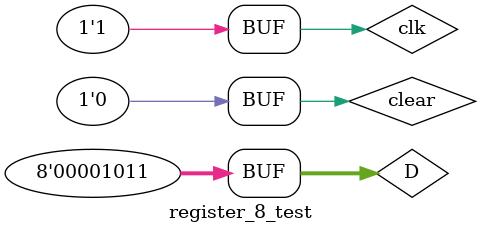
<source format=v>
`timescale 1ns / 1ps


module register_8_test;

	// Inputs
	reg clk;
	reg [7:0] D;
	reg clear;

	// Outputs
	wire [7:0] Q;

	// Instantiate the Unit Under Test (UUT)
	register_8bit uut (
		.clk(clk), 
		.D(D), 
		.clear(clear), 
		.Q(Q)
	);
	initial begin
		// Initialize Inputs
		clk = 1;
		D = 0;
		clear = 0;

		// Wait 100 ns for global reset to finish
		#100
		D = D + 1;
		#100
		D = D + 1;
		#100
		D = D + 1;
		#100
		D = D + 1;
		#100
		D = D + 1;
		#100
		D = D + 1;
		#100
		D = D + 1;
		#100
		D = D + 1;
		#100
		D = D + 1;
		#100
		D = D + 1;
		#100
		D = D + 1;
	end
      
endmodule


</source>
